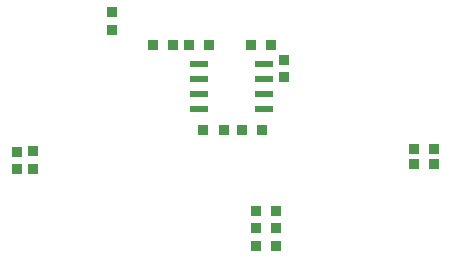
<source format=gbp>
G04*
G04 #@! TF.GenerationSoftware,Altium Limited,Altium Designer,20.0.7 (75)*
G04*
G04 Layer_Color=128*
%FSLAX44Y44*%
%MOMM*%
G71*
G01*
G75*
G04:AMPARAMS|DCode=25|XSize=0.9mm|YSize=0.8mm|CornerRadius=0.06mm|HoleSize=0mm|Usage=FLASHONLY|Rotation=0.000|XOffset=0mm|YOffset=0mm|HoleType=Round|Shape=RoundedRectangle|*
%AMROUNDEDRECTD25*
21,1,0.9000,0.6800,0,0,0.0*
21,1,0.7800,0.8000,0,0,0.0*
1,1,0.1200,0.3900,-0.3400*
1,1,0.1200,-0.3900,-0.3400*
1,1,0.1200,-0.3900,0.3400*
1,1,0.1200,0.3900,0.3400*
%
%ADD25ROUNDEDRECTD25*%
G04:AMPARAMS|DCode=33|XSize=0.8mm|YSize=0.9mm|CornerRadius=0.06mm|HoleSize=0mm|Usage=FLASHONLY|Rotation=90.000|XOffset=0mm|YOffset=0mm|HoleType=Round|Shape=RoundedRectangle|*
%AMROUNDEDRECTD33*
21,1,0.8000,0.7800,0,0,90.0*
21,1,0.6800,0.9000,0,0,90.0*
1,1,0.1200,0.3900,0.3400*
1,1,0.1200,0.3900,-0.3400*
1,1,0.1200,-0.3900,-0.3400*
1,1,0.1200,-0.3900,0.3400*
%
%ADD33ROUNDEDRECTD33*%
%ADD77R,1.6030X0.5588*%
D25*
X21000Y-105500D02*
D03*
X38000D02*
D03*
X21000Y-120500D02*
D03*
X38000D02*
D03*
X21000Y-135500D02*
D03*
X38000D02*
D03*
X154500Y-66000D02*
D03*
X171500D02*
D03*
X154500Y-53000D02*
D03*
X171500D02*
D03*
X-23500Y-37500D02*
D03*
X-6500D02*
D03*
X9000D02*
D03*
X26000D02*
D03*
X16500Y35000D02*
D03*
X33500D02*
D03*
X-49000D02*
D03*
X-66000D02*
D03*
X-36000D02*
D03*
X-19000D02*
D03*
D33*
X-167500Y-70000D02*
D03*
Y-55000D02*
D03*
X-181000Y-70500D02*
D03*
Y-55500D02*
D03*
X-101000Y62500D02*
D03*
Y47500D02*
D03*
X45000Y7500D02*
D03*
Y22500D02*
D03*
D77*
X27573Y19050D02*
D03*
Y6350D02*
D03*
Y-6350D02*
D03*
Y-19050D02*
D03*
X-27573D02*
D03*
Y-6350D02*
D03*
Y6350D02*
D03*
Y19050D02*
D03*
M02*

</source>
